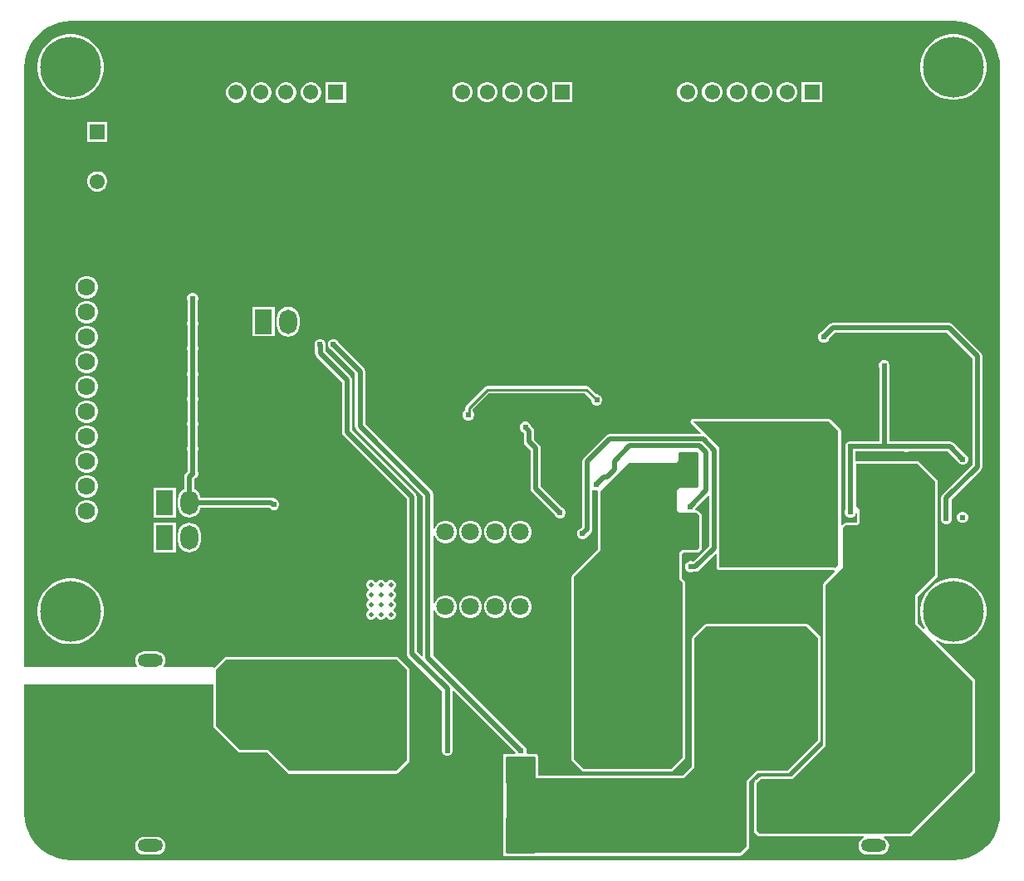
<source format=gbl>
G04*
G04 #@! TF.GenerationSoftware,Altium Limited,Altium Designer,23.4.1 (23)*
G04*
G04 Layer_Physical_Order=2*
G04 Layer_Color=16711680*
%FSLAX44Y44*%
%MOMM*%
G71*
G04*
G04 #@! TF.SameCoordinates,77ABDD02-67A3-4E24-B7DB-6919BA7AE113*
G04*
G04*
G04 #@! TF.FilePolarity,Positive*
G04*
G01*
G75*
%ADD18C,0.2540*%
%ADD40R,2.9500X1.6800*%
%ADD41R,2.9500X7.6200*%
%ADD104C,0.5080*%
%ADD109C,1.8000*%
%ADD110R,4.9160X4.9160*%
%ADD111C,4.9160*%
%ADD112O,2.6000X1.3000*%
%ADD113C,1.5500*%
%ADD114R,1.5500X1.5500*%
%ADD115O,1.8000X2.5000*%
%ADD116R,1.8000X2.5000*%
%ADD117R,1.5500X1.5500*%
%ADD119C,0.6200*%
%ADD120C,0.5000*%
%ADD121C,6.2000*%
%ADD122C,1.7800*%
G36*
X977583Y908497D02*
X983660Y907288D01*
X989528Y905296D01*
X995085Y902556D01*
X1000237Y899113D01*
X1004896Y895028D01*
X1008981Y890369D01*
X1012424Y885217D01*
X1015164Y879660D01*
X1017156Y873792D01*
X1018365Y867715D01*
X1018764Y861628D01*
X1018745Y861532D01*
X1018745Y101334D01*
X1018745Y100076D01*
X1018745Y100063D01*
X1018689Y98817D01*
X1018365Y93880D01*
X1017156Y87803D01*
X1015164Y81935D01*
X1012424Y76378D01*
X1008981Y71226D01*
X1004896Y66567D01*
X1000237Y62482D01*
X995085Y59039D01*
X989528Y56298D01*
X983660Y54307D01*
X977583Y53098D01*
X971496Y52699D01*
X971400Y52718D01*
X71399D01*
X71303Y52699D01*
X65216Y53098D01*
X59139Y54307D01*
X53271Y56298D01*
X47714Y59039D01*
X42562Y62482D01*
X37903Y66567D01*
X33818Y71226D01*
X30375Y76378D01*
X27634Y81935D01*
X25643Y87803D01*
X24434Y93880D01*
X24110Y98817D01*
X24054Y100063D01*
X24054D01*
X24054Y100064D01*
X24054Y231852D01*
X216612D01*
Y189738D01*
X216809Y188747D01*
X217371Y187907D01*
X242263Y163015D01*
X243103Y162453D01*
X244094Y162256D01*
X271723D01*
X292301Y141679D01*
X293141Y141117D01*
X294132Y140920D01*
X403098D01*
X404089Y141117D01*
X404929Y141679D01*
X415851Y152601D01*
X416413Y153441D01*
X416610Y154432D01*
Y246888D01*
X416413Y247879D01*
X415851Y248719D01*
X405183Y259387D01*
X404343Y259949D01*
X403352Y260146D01*
X229961D01*
X228970Y259949D01*
X228130Y259387D01*
X217875Y249132D01*
X217653Y249281D01*
X216662Y249478D01*
X166558D01*
X165931Y250748D01*
X166776Y251849D01*
X167687Y254048D01*
X167998Y256408D01*
X167687Y258768D01*
X166776Y260967D01*
X165327Y262855D01*
X163439Y264304D01*
X161240Y265215D01*
X158880Y265526D01*
X145880D01*
X143520Y265215D01*
X141321Y264304D01*
X139433Y262855D01*
X137984Y260967D01*
X137073Y258768D01*
X136762Y256408D01*
X137073Y254048D01*
X137984Y251849D01*
X138829Y250748D01*
X138202Y249478D01*
X24054D01*
X24054Y861532D01*
X24035Y861628D01*
X24434Y867715D01*
X25643Y873792D01*
X27634Y879660D01*
X30375Y885217D01*
X33818Y890369D01*
X37903Y895028D01*
X42562Y899113D01*
X47714Y902556D01*
X53271Y905296D01*
X59139Y907288D01*
X65216Y908497D01*
X71303Y908896D01*
X71399Y908877D01*
X971400D01*
X971496Y908896D01*
X977583Y908497D01*
D02*
G37*
G36*
X414020Y246888D02*
Y154432D01*
X403098Y143510D01*
X294132D01*
X272796Y164846D01*
X244094D01*
X219202Y189738D01*
Y246797D01*
X229961Y257556D01*
X403352D01*
X414020Y246888D01*
D02*
G37*
%LPC*%
G36*
X973789Y895571D02*
X968510D01*
X963296Y894745D01*
X958275Y893114D01*
X953571Y890717D01*
X949300Y887614D01*
X945567Y883881D01*
X942464Y879610D01*
X940067Y874906D01*
X938436Y869885D01*
X937610Y864671D01*
Y859392D01*
X938436Y854177D01*
X940067Y849156D01*
X942464Y844453D01*
X945567Y840182D01*
X949300Y836449D01*
X953571Y833345D01*
X958275Y830949D01*
X963296Y829317D01*
X968510Y828491D01*
X973789D01*
X979004Y829317D01*
X984025Y830949D01*
X988728Y833345D01*
X992999Y836449D01*
X996732Y840182D01*
X999836Y844453D01*
X1002232Y849156D01*
X1003864Y854177D01*
X1004690Y859392D01*
Y864671D01*
X1003864Y869885D01*
X1002232Y874906D01*
X999836Y879610D01*
X996732Y883881D01*
X992999Y887614D01*
X988728Y890717D01*
X984025Y893114D01*
X979004Y894745D01*
X973789Y895571D01*
D02*
G37*
G36*
X73789D02*
X68510D01*
X63295Y894745D01*
X58274Y893114D01*
X53571Y890717D01*
X49300Y887614D01*
X45567Y883881D01*
X42463Y879610D01*
X40067Y874906D01*
X38435Y869885D01*
X37609Y864671D01*
Y859392D01*
X38435Y854177D01*
X40067Y849156D01*
X42463Y844453D01*
X45567Y840182D01*
X49300Y836449D01*
X53571Y833345D01*
X58274Y830949D01*
X63295Y829317D01*
X68510Y828491D01*
X73789D01*
X79003Y829317D01*
X84024Y830949D01*
X88728Y833345D01*
X92999Y836449D01*
X96732Y840182D01*
X99835Y844453D01*
X102232Y849156D01*
X103863Y854177D01*
X104689Y859392D01*
Y864671D01*
X103863Y869885D01*
X102232Y874906D01*
X99835Y879610D01*
X96732Y883881D01*
X92999Y887614D01*
X88728Y890717D01*
X84024Y893114D01*
X79003Y894745D01*
X73789Y895571D01*
D02*
G37*
G36*
X837116Y846806D02*
X816536D01*
Y826226D01*
X837116D01*
Y846806D01*
D02*
G37*
G36*
X802781D02*
X800071D01*
X797454Y846105D01*
X795108Y844750D01*
X793192Y842834D01*
X791837Y840488D01*
X791136Y837871D01*
Y835161D01*
X791837Y832544D01*
X793192Y830198D01*
X795108Y828282D01*
X797454Y826927D01*
X800071Y826226D01*
X802781D01*
X805398Y826927D01*
X807744Y828282D01*
X809660Y830198D01*
X811015Y832544D01*
X811716Y835161D01*
Y837871D01*
X811015Y840488D01*
X809660Y842834D01*
X807744Y844750D01*
X805398Y846105D01*
X802781Y846806D01*
D02*
G37*
G36*
X777381D02*
X774671D01*
X772054Y846105D01*
X769708Y844750D01*
X767792Y842834D01*
X766437Y840488D01*
X765736Y837871D01*
Y835161D01*
X766437Y832544D01*
X767792Y830198D01*
X769708Y828282D01*
X772054Y826927D01*
X774671Y826226D01*
X777381D01*
X779998Y826927D01*
X782344Y828282D01*
X784260Y830198D01*
X785615Y832544D01*
X786316Y835161D01*
Y837871D01*
X785615Y840488D01*
X784260Y842834D01*
X782344Y844750D01*
X779998Y846105D01*
X777381Y846806D01*
D02*
G37*
G36*
X751981D02*
X749271D01*
X746654Y846105D01*
X744308Y844750D01*
X742392Y842834D01*
X741037Y840488D01*
X740336Y837871D01*
Y835161D01*
X741037Y832544D01*
X742392Y830198D01*
X744308Y828282D01*
X746654Y826927D01*
X749271Y826226D01*
X751981D01*
X754598Y826927D01*
X756944Y828282D01*
X758860Y830198D01*
X760215Y832544D01*
X760916Y835161D01*
Y837871D01*
X760215Y840488D01*
X758860Y842834D01*
X756944Y844750D01*
X754598Y846105D01*
X751981Y846806D01*
D02*
G37*
G36*
X726581D02*
X723871D01*
X721254Y846105D01*
X718908Y844750D01*
X716992Y842834D01*
X715637Y840488D01*
X714936Y837871D01*
Y835161D01*
X715637Y832544D01*
X716992Y830198D01*
X718908Y828282D01*
X721254Y826927D01*
X723871Y826226D01*
X726581D01*
X729198Y826927D01*
X731544Y828282D01*
X733460Y830198D01*
X734815Y832544D01*
X735516Y835161D01*
Y837871D01*
X734815Y840488D01*
X733460Y842834D01*
X731544Y844750D01*
X729198Y846105D01*
X726581Y846806D01*
D02*
G37*
G36*
X701181D02*
X698471D01*
X695854Y846105D01*
X693508Y844750D01*
X691592Y842834D01*
X690237Y840488D01*
X689536Y837871D01*
Y835161D01*
X690237Y832544D01*
X691592Y830198D01*
X693508Y828282D01*
X695854Y826927D01*
X698471Y826226D01*
X701181D01*
X703798Y826927D01*
X706144Y828282D01*
X708060Y830198D01*
X709415Y832544D01*
X710116Y835161D01*
Y837871D01*
X709415Y840488D01*
X708060Y842834D01*
X706144Y844750D01*
X703798Y846105D01*
X701181Y846806D01*
D02*
G37*
G36*
X582426D02*
X561846D01*
Y826226D01*
X582426D01*
Y846806D01*
D02*
G37*
G36*
X548091D02*
X545381D01*
X542764Y846105D01*
X540418Y844750D01*
X538502Y842834D01*
X537147Y840488D01*
X536446Y837871D01*
Y835161D01*
X537147Y832544D01*
X538502Y830198D01*
X540418Y828282D01*
X542764Y826927D01*
X545381Y826226D01*
X548091D01*
X550708Y826927D01*
X553054Y828282D01*
X554970Y830198D01*
X556325Y832544D01*
X557026Y835161D01*
Y837871D01*
X556325Y840488D01*
X554970Y842834D01*
X553054Y844750D01*
X550708Y846105D01*
X548091Y846806D01*
D02*
G37*
G36*
X522691D02*
X519981D01*
X517364Y846105D01*
X515018Y844750D01*
X513102Y842834D01*
X511747Y840488D01*
X511046Y837871D01*
Y835161D01*
X511747Y832544D01*
X513102Y830198D01*
X515018Y828282D01*
X517364Y826927D01*
X519981Y826226D01*
X522691D01*
X525308Y826927D01*
X527654Y828282D01*
X529570Y830198D01*
X530925Y832544D01*
X531626Y835161D01*
Y837871D01*
X530925Y840488D01*
X529570Y842834D01*
X527654Y844750D01*
X525308Y846105D01*
X522691Y846806D01*
D02*
G37*
G36*
X497291D02*
X494581D01*
X491964Y846105D01*
X489618Y844750D01*
X487702Y842834D01*
X486347Y840488D01*
X485646Y837871D01*
Y835161D01*
X486347Y832544D01*
X487702Y830198D01*
X489618Y828282D01*
X491964Y826927D01*
X494581Y826226D01*
X497291D01*
X499908Y826927D01*
X502254Y828282D01*
X504170Y830198D01*
X505525Y832544D01*
X506226Y835161D01*
Y837871D01*
X505525Y840488D01*
X504170Y842834D01*
X502254Y844750D01*
X499908Y846105D01*
X497291Y846806D01*
D02*
G37*
G36*
X471891D02*
X469181D01*
X466564Y846105D01*
X464218Y844750D01*
X462302Y842834D01*
X460947Y840488D01*
X460246Y837871D01*
Y835161D01*
X460947Y832544D01*
X462302Y830198D01*
X464218Y828282D01*
X466564Y826927D01*
X469181Y826226D01*
X471891D01*
X474508Y826927D01*
X476854Y828282D01*
X478770Y830198D01*
X480125Y832544D01*
X480826Y835161D01*
Y837871D01*
X480125Y840488D01*
X478770Y842834D01*
X476854Y844750D01*
X474508Y846105D01*
X471891Y846806D01*
D02*
G37*
G36*
X351920Y846458D02*
X331340D01*
Y825878D01*
X351920D01*
Y846458D01*
D02*
G37*
G36*
X317585D02*
X314875D01*
X312258Y845757D01*
X309912Y844402D01*
X307996Y842486D01*
X306641Y840140D01*
X305940Y837523D01*
Y834813D01*
X306641Y832196D01*
X307996Y829850D01*
X309912Y827934D01*
X312258Y826579D01*
X314875Y825878D01*
X317585D01*
X320202Y826579D01*
X322548Y827934D01*
X324464Y829850D01*
X325819Y832196D01*
X326520Y834813D01*
Y837523D01*
X325819Y840140D01*
X324464Y842486D01*
X322548Y844402D01*
X320202Y845757D01*
X317585Y846458D01*
D02*
G37*
G36*
X292185D02*
X289475D01*
X286858Y845757D01*
X284512Y844402D01*
X282596Y842486D01*
X281241Y840140D01*
X280540Y837523D01*
Y834813D01*
X281241Y832196D01*
X282596Y829850D01*
X284512Y827934D01*
X286858Y826579D01*
X289475Y825878D01*
X292185D01*
X294802Y826579D01*
X297148Y827934D01*
X299064Y829850D01*
X300419Y832196D01*
X301120Y834813D01*
Y837523D01*
X300419Y840140D01*
X299064Y842486D01*
X297148Y844402D01*
X294802Y845757D01*
X292185Y846458D01*
D02*
G37*
G36*
X266785D02*
X264075D01*
X261458Y845757D01*
X259112Y844402D01*
X257196Y842486D01*
X255841Y840140D01*
X255140Y837523D01*
Y834813D01*
X255841Y832196D01*
X257196Y829850D01*
X259112Y827934D01*
X261458Y826579D01*
X264075Y825878D01*
X266785D01*
X269402Y826579D01*
X271748Y827934D01*
X273664Y829850D01*
X275019Y832196D01*
X275720Y834813D01*
Y837523D01*
X275019Y840140D01*
X273664Y842486D01*
X271748Y844402D01*
X269402Y845757D01*
X266785Y846458D01*
D02*
G37*
G36*
X241385D02*
X238675D01*
X236058Y845757D01*
X233712Y844402D01*
X231796Y842486D01*
X230441Y840140D01*
X229740Y837523D01*
Y834813D01*
X230441Y832196D01*
X231796Y829850D01*
X233712Y827934D01*
X236058Y826579D01*
X238675Y825878D01*
X241385D01*
X244002Y826579D01*
X246348Y827934D01*
X248264Y829850D01*
X249619Y832196D01*
X250320Y834813D01*
Y837523D01*
X249619Y840140D01*
X248264Y842486D01*
X246348Y844402D01*
X244002Y845757D01*
X241385Y846458D01*
D02*
G37*
G36*
X108588Y806326D02*
X88008D01*
Y785746D01*
X108588D01*
Y806326D01*
D02*
G37*
G36*
X99653Y755526D02*
X96943D01*
X94326Y754825D01*
X91980Y753470D01*
X90064Y751554D01*
X88709Y749208D01*
X88008Y746591D01*
Y743881D01*
X88709Y741264D01*
X90064Y738918D01*
X91980Y737002D01*
X94326Y735647D01*
X96943Y734946D01*
X99653D01*
X102270Y735647D01*
X104616Y737002D01*
X106532Y738918D01*
X107887Y741264D01*
X108588Y743881D01*
Y746591D01*
X107887Y749208D01*
X106532Y751554D01*
X104616Y753470D01*
X102270Y754825D01*
X99653Y755526D01*
D02*
G37*
G36*
X89136Y648726D02*
X86124D01*
X83214Y647946D01*
X80606Y646440D01*
X78476Y644310D01*
X76970Y641702D01*
X76190Y638792D01*
Y635780D01*
X76970Y632870D01*
X78476Y630262D01*
X80606Y628132D01*
X83214Y626626D01*
X86124Y625846D01*
X89136D01*
X92046Y626626D01*
X94654Y628132D01*
X96784Y630262D01*
X98290Y632870D01*
X99070Y635780D01*
Y638792D01*
X98290Y641702D01*
X96784Y644310D01*
X94654Y646440D01*
X92046Y647946D01*
X89136Y648726D01*
D02*
G37*
G36*
Y623326D02*
X86124D01*
X83214Y622546D01*
X80606Y621040D01*
X78476Y618910D01*
X76970Y616302D01*
X76190Y613392D01*
Y610380D01*
X76970Y607470D01*
X78476Y604862D01*
X80606Y602732D01*
X83214Y601226D01*
X86124Y600446D01*
X89136D01*
X92046Y601226D01*
X94654Y602732D01*
X96784Y604862D01*
X98290Y607470D01*
X99070Y610380D01*
Y613392D01*
X98290Y616302D01*
X96784Y618910D01*
X94654Y621040D01*
X92046Y622546D01*
X89136Y623326D01*
D02*
G37*
G36*
X279510Y617274D02*
X256430D01*
Y587194D01*
X279510D01*
Y617274D01*
D02*
G37*
G36*
X292970Y617374D02*
X289958Y616977D01*
X287150Y615814D01*
X284740Y613964D01*
X282890Y611554D01*
X281727Y608747D01*
X281331Y605734D01*
Y598734D01*
X281727Y595721D01*
X282890Y592914D01*
X284740Y590504D01*
X287150Y588654D01*
X289958Y587491D01*
X292970Y587094D01*
X295982Y587491D01*
X298790Y588654D01*
X301200Y590504D01*
X303050Y592914D01*
X304213Y595721D01*
X304610Y598734D01*
Y605734D01*
X304213Y608747D01*
X303050Y611554D01*
X301200Y613964D01*
X298790Y615814D01*
X295982Y616977D01*
X292970Y617374D01*
D02*
G37*
G36*
X89136Y597926D02*
X86124D01*
X83214Y597146D01*
X80606Y595640D01*
X78476Y593510D01*
X76970Y590902D01*
X76190Y587992D01*
Y584980D01*
X76970Y582070D01*
X78476Y579462D01*
X80606Y577332D01*
X83214Y575826D01*
X86124Y575046D01*
X89136D01*
X92046Y575826D01*
X94654Y577332D01*
X96784Y579462D01*
X98290Y582070D01*
X99070Y584980D01*
Y587992D01*
X98290Y590902D01*
X96784Y593510D01*
X94654Y595640D01*
X92046Y597146D01*
X89136Y597926D01*
D02*
G37*
G36*
Y572526D02*
X86124D01*
X83214Y571746D01*
X80606Y570240D01*
X78476Y568110D01*
X76970Y565502D01*
X76190Y562592D01*
Y559580D01*
X76970Y556670D01*
X78476Y554062D01*
X80606Y551932D01*
X83214Y550426D01*
X86124Y549646D01*
X89136D01*
X92046Y550426D01*
X94654Y551932D01*
X96784Y554062D01*
X98290Y556670D01*
X99070Y559580D01*
Y562592D01*
X98290Y565502D01*
X96784Y568110D01*
X94654Y570240D01*
X92046Y571746D01*
X89136Y572526D01*
D02*
G37*
G36*
Y547126D02*
X86124D01*
X83214Y546346D01*
X80606Y544840D01*
X78476Y542710D01*
X76970Y540102D01*
X76190Y537192D01*
Y534180D01*
X76970Y531270D01*
X78476Y528662D01*
X80606Y526532D01*
X83214Y525026D01*
X86124Y524246D01*
X89136D01*
X92046Y525026D01*
X94654Y526532D01*
X96784Y528662D01*
X98290Y531270D01*
X99070Y534180D01*
Y537192D01*
X98290Y540102D01*
X96784Y542710D01*
X94654Y544840D01*
X92046Y546346D01*
X89136Y547126D01*
D02*
G37*
G36*
X597154Y536523D02*
X495808D01*
X494321Y536227D01*
X493061Y535385D01*
X474571Y516895D01*
X473729Y515635D01*
X473433Y514148D01*
Y511889D01*
X471977Y510433D01*
X471118Y508360D01*
Y506116D01*
X471977Y504043D01*
X473563Y502457D01*
X475636Y501598D01*
X477880D01*
X479953Y502457D01*
X481539Y504043D01*
X482398Y506116D01*
Y508360D01*
X481539Y510433D01*
X481203Y510770D01*
Y512539D01*
X497417Y528753D01*
X595545D01*
X601928Y522370D01*
Y521102D01*
X602787Y519029D01*
X604373Y517443D01*
X606446Y516584D01*
X608690D01*
X610763Y517443D01*
X612349Y519029D01*
X613208Y521102D01*
Y523346D01*
X612349Y525419D01*
X610763Y527005D01*
X608690Y527864D01*
X607422D01*
X599901Y535385D01*
X598641Y536227D01*
X597154Y536523D01*
D02*
G37*
G36*
X89136Y521726D02*
X86124D01*
X83214Y520946D01*
X80606Y519440D01*
X78476Y517310D01*
X76970Y514702D01*
X76190Y511792D01*
Y508780D01*
X76970Y505870D01*
X78476Y503262D01*
X80606Y501132D01*
X83214Y499626D01*
X86124Y498846D01*
X89136D01*
X92046Y499626D01*
X94654Y501132D01*
X96784Y503262D01*
X98290Y505870D01*
X99070Y508780D01*
Y511792D01*
X98290Y514702D01*
X96784Y517310D01*
X94654Y519440D01*
X92046Y520946D01*
X89136Y521726D01*
D02*
G37*
G36*
X901806Y562662D02*
X899562D01*
X897489Y561803D01*
X895903Y560217D01*
X895044Y558144D01*
Y555900D01*
X895505Y554789D01*
Y479906D01*
X868627D01*
X867516Y480366D01*
X865272D01*
X863199Y479507D01*
X861613Y477921D01*
X860754Y475848D01*
Y473604D01*
X860960Y473106D01*
Y410359D01*
X860500Y409248D01*
Y407004D01*
X861359Y404931D01*
X862945Y403345D01*
X865018Y402486D01*
X867262D01*
X869335Y403345D01*
X870921Y404931D01*
X871780Y407004D01*
Y407417D01*
X873050Y408107D01*
X873202Y408009D01*
Y397821D01*
X872179Y396798D01*
X861060Y396798D01*
X860069Y396601D01*
X859229Y396039D01*
X857681Y394491D01*
X856411Y395017D01*
Y490855D01*
X856214Y491846D01*
X855652Y492686D01*
X846000Y502338D01*
X845160Y502900D01*
X844169Y503097D01*
X705739D01*
X704748Y502900D01*
X703908Y502338D01*
X703346Y501498D01*
X703149Y500507D01*
X703346Y499516D01*
X703908Y498676D01*
X713885Y488699D01*
X713399Y487525D01*
X620776D01*
X618794Y487131D01*
X617113Y486008D01*
X594254Y463148D01*
X593131Y461468D01*
X592737Y459486D01*
Y392797D01*
X591007Y391068D01*
X589895Y390607D01*
X588309Y389021D01*
X587450Y386948D01*
Y384704D01*
X588309Y382631D01*
X589895Y381045D01*
X591968Y380186D01*
X594212D01*
X596285Y381045D01*
X597871Y382631D01*
X598332Y383743D01*
X601578Y386990D01*
X602701Y388670D01*
X603096Y390652D01*
X603096Y390652D01*
Y429685D01*
X604366Y430516D01*
X605684Y429970D01*
X607838D01*
X608046Y429919D01*
X609042Y429057D01*
Y369881D01*
X582369Y343207D01*
X581807Y342367D01*
X581610Y341376D01*
Y155702D01*
X581807Y154711D01*
X582369Y153871D01*
X592275Y143965D01*
X593115Y143403D01*
X594106Y143206D01*
X683514D01*
X684505Y143403D01*
X685345Y143965D01*
X696775Y155395D01*
X697337Y156235D01*
X697534Y157226D01*
X697534Y335788D01*
X697337Y336779D01*
X696775Y337619D01*
X693978Y340417D01*
Y364433D01*
X695763Y366218D01*
X709676D01*
X710667Y366415D01*
X711507Y366977D01*
X714047Y369517D01*
X714609Y370357D01*
X714806Y371348D01*
Y404368D01*
X714609Y405359D01*
X714047Y406199D01*
X711507Y408739D01*
X710667Y409301D01*
X709676Y409498D01*
X708439D01*
X707637Y410768D01*
X707806Y411175D01*
X720849Y424218D01*
X722022Y423732D01*
Y373239D01*
X706007Y357224D01*
X705559D01*
X704448Y357684D01*
X702204D01*
X700131Y356825D01*
X698545Y355239D01*
X697686Y353166D01*
Y350922D01*
X698545Y348849D01*
X700131Y347263D01*
X702204Y346404D01*
X704448D01*
X705559Y346865D01*
X708152D01*
X710134Y347259D01*
X711814Y348382D01*
X728646Y365213D01*
X729819Y364727D01*
Y351155D01*
X730016Y350164D01*
X730578Y349324D01*
X731418Y348762D01*
X732409Y348565D01*
X849063D01*
X849528Y348254D01*
X849950Y348171D01*
X850416Y346840D01*
X839163Y335587D01*
X838601Y334747D01*
X838404Y333756D01*
Y170491D01*
X805631Y137718D01*
X774700D01*
X773709Y137521D01*
X772869Y136959D01*
X770437Y134528D01*
X768880D01*
Y132971D01*
X768551Y132641D01*
X767989Y131801D01*
X767792Y130810D01*
X767792Y82550D01*
X767989Y81559D01*
X768551Y80719D01*
X768880Y80390D01*
Y80288D01*
X768981D01*
X771599Y77671D01*
X772439Y77109D01*
X773430Y76912D01*
X834390Y76912D01*
X879504D01*
X879757Y75642D01*
X878941Y75304D01*
X877053Y73855D01*
X875604Y71967D01*
X874693Y69768D01*
X874382Y67408D01*
X874693Y65048D01*
X875604Y62849D01*
X877053Y60961D01*
X878941Y59512D01*
X881140Y58601D01*
X883500Y58290D01*
X896500D01*
X898860Y58601D01*
X901059Y59512D01*
X902947Y60961D01*
X904396Y62849D01*
X905307Y65048D01*
X905618Y67408D01*
X905307Y69768D01*
X904396Y71967D01*
X902947Y73855D01*
X901059Y75304D01*
X900243Y75642D01*
X900496Y76912D01*
X926592D01*
X927583Y77109D01*
X928423Y77671D01*
X992431Y141679D01*
X992993Y142519D01*
X993190Y143510D01*
Y235712D01*
X993105Y236139D01*
X993043Y236571D01*
X993007Y236632D01*
X992993Y236703D01*
X992751Y237065D01*
X992529Y237440D01*
X992471Y237484D01*
X992431Y237543D01*
X953566Y276408D01*
X954322Y277448D01*
X958171Y275487D01*
X963192Y273856D01*
X968406Y273030D01*
X973686D01*
X978900Y273856D01*
X983921Y275487D01*
X988625Y277884D01*
X992896Y280987D01*
X996629Y284720D01*
X999732Y288991D01*
X1002129Y293695D01*
X1003760Y298716D01*
X1004586Y303930D01*
Y309210D01*
X1003760Y314424D01*
X1002129Y319445D01*
X999732Y324149D01*
X996629Y328420D01*
X992896Y332153D01*
X988625Y335256D01*
X983921Y337653D01*
X978900Y339284D01*
X973686Y340110D01*
X968406D01*
X963192Y339284D01*
X958171Y337653D01*
X953467Y335256D01*
X949196Y332153D01*
X945463Y328420D01*
X942360Y324149D01*
X939963Y319445D01*
X938332Y314424D01*
X937506Y309210D01*
Y303930D01*
X938332Y298716D01*
X939963Y293695D01*
X941924Y289846D01*
X940884Y289090D01*
X935024Y294951D01*
Y322015D01*
X954585Y341577D01*
X955147Y342417D01*
X955344Y343408D01*
Y439420D01*
X955147Y440411D01*
X954585Y441251D01*
X936805Y459031D01*
X936805Y459031D01*
X935965Y459593D01*
X934974Y459790D01*
X872490D01*
X871320Y460852D01*
Y469547D01*
X921311D01*
X922422Y469086D01*
X924666D01*
X925778Y469547D01*
X965595D01*
X975452Y459689D01*
X975913Y458577D01*
X977499Y456991D01*
X979572Y456132D01*
X981816D01*
X983889Y456991D01*
X985475Y458577D01*
X986334Y460650D01*
Y462894D01*
X985475Y464967D01*
X983889Y466553D01*
X982777Y467014D01*
X971403Y478388D01*
X969722Y479511D01*
X967740Y479906D01*
X925778D01*
X924666Y480366D01*
X922422D01*
X921311Y479906D01*
X905863D01*
Y554789D01*
X906324Y555900D01*
Y558144D01*
X905465Y560217D01*
X903879Y561803D01*
X901806Y562662D01*
D02*
G37*
G36*
X89136Y496326D02*
X86124D01*
X83214Y495546D01*
X80606Y494040D01*
X78476Y491910D01*
X76970Y489302D01*
X76190Y486392D01*
Y483380D01*
X76970Y480470D01*
X78476Y477862D01*
X80606Y475732D01*
X83214Y474226D01*
X86124Y473446D01*
X89136D01*
X92046Y474226D01*
X94654Y475732D01*
X96784Y477862D01*
X98290Y480470D01*
X99070Y483380D01*
Y486392D01*
X98290Y489302D01*
X96784Y491910D01*
X94654Y494040D01*
X92046Y495546D01*
X89136Y496326D01*
D02*
G37*
G36*
Y470926D02*
X86124D01*
X83214Y470146D01*
X80606Y468640D01*
X78476Y466510D01*
X76970Y463902D01*
X76190Y460992D01*
Y457980D01*
X76970Y455070D01*
X78476Y452462D01*
X80606Y450332D01*
X83214Y448826D01*
X86124Y448046D01*
X89136D01*
X92046Y448826D01*
X94654Y450332D01*
X96784Y452462D01*
X98290Y455070D01*
X99070Y457980D01*
Y460992D01*
X98290Y463902D01*
X96784Y466510D01*
X94654Y468640D01*
X92046Y470146D01*
X89136Y470926D01*
D02*
G37*
G36*
Y445526D02*
X86124D01*
X83214Y444746D01*
X80606Y443240D01*
X78476Y441110D01*
X76970Y438502D01*
X76190Y435592D01*
Y432580D01*
X76970Y429670D01*
X78476Y427062D01*
X80606Y424932D01*
X83214Y423426D01*
X86124Y422646D01*
X89136D01*
X92046Y423426D01*
X94654Y424932D01*
X96784Y427062D01*
X98290Y429670D01*
X99070Y432580D01*
Y435592D01*
X98290Y438502D01*
X96784Y441110D01*
X94654Y443240D01*
X92046Y444746D01*
X89136Y445526D01*
D02*
G37*
G36*
X196697Y631245D02*
X194454D01*
X192381Y630386D01*
X190794Y628800D01*
X189935Y626727D01*
Y624483D01*
X190396Y623371D01*
Y602402D01*
X189935Y601290D01*
Y599046D01*
X190396Y597934D01*
Y576965D01*
X189935Y575853D01*
Y573610D01*
X190396Y572498D01*
Y551528D01*
X189935Y550417D01*
Y548173D01*
X190396Y547061D01*
Y526092D01*
X189935Y524980D01*
Y522736D01*
X190396Y521624D01*
Y500655D01*
X189935Y499543D01*
Y497299D01*
X190396Y496188D01*
Y475218D01*
X189935Y474106D01*
Y471863D01*
X190396Y470751D01*
Y449781D01*
X190119Y449114D01*
X188470Y447464D01*
X187347Y445784D01*
X186952Y443802D01*
Y431421D01*
X186312Y431156D01*
X183902Y429306D01*
X182052Y426896D01*
X180889Y424089D01*
X180492Y421076D01*
Y414076D01*
X180889Y411063D01*
X182052Y408256D01*
X183902Y405845D01*
X186312Y403996D01*
X189119Y402833D01*
X192132Y402436D01*
X195145Y402833D01*
X197952Y403996D01*
X200362Y405845D01*
X202212Y408256D01*
X203375Y411063D01*
X203550Y412397D01*
X273216D01*
X273731Y411881D01*
X274753Y411198D01*
X275189Y410763D01*
X277262Y409904D01*
X279506D01*
X281579Y410763D01*
X283165Y412349D01*
X284024Y414422D01*
Y416666D01*
X283165Y418739D01*
X281579Y420325D01*
X279506Y421184D01*
X279079D01*
X279024Y421239D01*
X277344Y422361D01*
X275362Y422756D01*
X203550D01*
X203375Y424089D01*
X202212Y426896D01*
X200362Y429306D01*
X197952Y431156D01*
X197311Y431421D01*
Y441656D01*
X198176Y442520D01*
X198770Y442767D01*
X200357Y444353D01*
X201215Y446426D01*
Y448670D01*
X200755Y449781D01*
Y470751D01*
X201215Y471863D01*
Y474106D01*
X200755Y475218D01*
Y496188D01*
X201215Y497299D01*
Y499543D01*
X200755Y500655D01*
Y521624D01*
X201215Y522736D01*
Y524980D01*
X200755Y526092D01*
Y547061D01*
X201215Y548173D01*
Y550417D01*
X200755Y551528D01*
Y572498D01*
X201215Y573610D01*
Y575853D01*
X200755Y576965D01*
Y597934D01*
X201215Y599046D01*
Y601290D01*
X200755Y602402D01*
Y623371D01*
X201215Y624483D01*
Y626727D01*
X200357Y628800D01*
X198770Y630386D01*
X196697Y631245D01*
D02*
G37*
G36*
X178672Y432616D02*
X155592D01*
Y402536D01*
X178672D01*
Y432616D01*
D02*
G37*
G36*
X535926Y500044D02*
X533683D01*
X531610Y499185D01*
X530023Y497598D01*
X529164Y495526D01*
Y493282D01*
X530023Y491209D01*
X531610Y489622D01*
X532204Y489376D01*
X533301Y488279D01*
Y479806D01*
X533695Y477824D01*
X534818Y476143D01*
X540159Y470803D01*
Y432054D01*
X540553Y430072D01*
X541675Y428391D01*
X564988Y405079D01*
X565449Y403967D01*
X567035Y402381D01*
X569108Y401522D01*
X571352D01*
X573425Y402381D01*
X575011Y403967D01*
X575870Y406040D01*
Y408284D01*
X575011Y410357D01*
X573425Y411943D01*
X572313Y412404D01*
X550518Y434199D01*
Y472948D01*
X550518Y472948D01*
X550123Y474930D01*
X549001Y476610D01*
X543660Y481951D01*
Y490425D01*
X543265Y492407D01*
X542142Y494087D01*
X542142Y494087D01*
X540261Y495969D01*
X539586Y497598D01*
X537999Y499185D01*
X535926Y500044D01*
D02*
G37*
G36*
X89136Y420126D02*
X86124D01*
X83214Y419346D01*
X80606Y417840D01*
X78476Y415710D01*
X76970Y413102D01*
X76190Y410192D01*
Y407180D01*
X76970Y404270D01*
X78476Y401662D01*
X80606Y399532D01*
X83214Y398026D01*
X86124Y397246D01*
X89136D01*
X92046Y398026D01*
X94654Y399532D01*
X96784Y401662D01*
X98290Y404270D01*
X99070Y407180D01*
Y410192D01*
X98290Y413102D01*
X96784Y415710D01*
X94654Y417840D01*
X92046Y419346D01*
X89136Y420126D01*
D02*
G37*
G36*
X981562Y408178D02*
X979318D01*
X977245Y407319D01*
X975659Y405733D01*
X974800Y403660D01*
Y401416D01*
X975659Y399343D01*
X977245Y397757D01*
X979318Y396898D01*
X981562D01*
X983635Y397757D01*
X985221Y399343D01*
X986080Y401416D01*
Y403660D01*
X985221Y405733D01*
X983635Y407319D01*
X981562Y408178D01*
D02*
G37*
G36*
X966724Y601063D02*
X848106D01*
X846124Y600669D01*
X844444Y599547D01*
X836879Y591982D01*
X835767Y591521D01*
X834181Y589935D01*
X833322Y587862D01*
Y585618D01*
X834181Y583545D01*
X835767Y581959D01*
X837840Y581100D01*
X840084D01*
X842157Y581959D01*
X843743Y583545D01*
X844204Y584657D01*
X850251Y590704D01*
X964579D01*
X990247Y565037D01*
Y455789D01*
X960267Y425811D01*
X959145Y424130D01*
X958751Y422148D01*
Y403299D01*
X958290Y402188D01*
Y399944D01*
X959149Y397871D01*
X960735Y396285D01*
X962808Y395426D01*
X965052D01*
X967125Y396285D01*
X968711Y397871D01*
X969570Y399944D01*
Y402188D01*
X969109Y403299D01*
Y420003D01*
X999089Y449981D01*
X1000211Y451662D01*
X1000605Y453644D01*
Y567182D01*
X1000211Y569164D01*
X999089Y570844D01*
X970387Y599547D01*
X968706Y600669D01*
X966724Y601063D01*
D02*
G37*
G36*
X531109Y399030D02*
X528071D01*
X525136Y398244D01*
X522504Y396724D01*
X520356Y394576D01*
X518837Y391944D01*
X518050Y389009D01*
Y385971D01*
X518837Y383036D01*
X520356Y380404D01*
X522504Y378256D01*
X525136Y376736D01*
X528071Y375950D01*
X531109D01*
X534044Y376736D01*
X536676Y378256D01*
X538824Y380404D01*
X540344Y383036D01*
X541130Y385971D01*
Y389009D01*
X540344Y391944D01*
X538824Y394576D01*
X536676Y396724D01*
X534044Y398244D01*
X531109Y399030D01*
D02*
G37*
G36*
X505709D02*
X502671D01*
X499736Y398244D01*
X497104Y396724D01*
X494956Y394576D01*
X493437Y391944D01*
X492650Y389009D01*
Y385971D01*
X493437Y383036D01*
X494956Y380404D01*
X497104Y378256D01*
X499736Y376736D01*
X502671Y375950D01*
X505709D01*
X508644Y376736D01*
X511276Y378256D01*
X513424Y380404D01*
X514944Y383036D01*
X515730Y385971D01*
Y389009D01*
X514944Y391944D01*
X513424Y394576D01*
X511276Y396724D01*
X508644Y398244D01*
X505709Y399030D01*
D02*
G37*
G36*
X480309D02*
X477271D01*
X474336Y398244D01*
X471704Y396724D01*
X469556Y394576D01*
X468036Y391944D01*
X467250Y389009D01*
Y385971D01*
X468036Y383036D01*
X469556Y380404D01*
X471704Y378256D01*
X474336Y376736D01*
X477271Y375950D01*
X480309D01*
X483244Y376736D01*
X485876Y378256D01*
X488024Y380404D01*
X489543Y383036D01*
X490330Y385971D01*
Y389009D01*
X489543Y391944D01*
X488024Y394576D01*
X485876Y396724D01*
X483244Y398244D01*
X480309Y399030D01*
D02*
G37*
G36*
X178672Y396802D02*
X155592D01*
Y366722D01*
X178672D01*
Y396802D01*
D02*
G37*
G36*
X192132Y396902D02*
X189119Y396505D01*
X186312Y395342D01*
X183902Y393492D01*
X182052Y391082D01*
X180889Y388275D01*
X180492Y385262D01*
Y378262D01*
X180889Y375249D01*
X182052Y372442D01*
X183902Y370032D01*
X186312Y368182D01*
X189119Y367019D01*
X192132Y366622D01*
X195145Y367019D01*
X197952Y368182D01*
X200362Y370032D01*
X202212Y372442D01*
X203375Y375249D01*
X203772Y378262D01*
Y385262D01*
X203375Y388275D01*
X202212Y391082D01*
X200362Y393492D01*
X197952Y395342D01*
X195145Y396505D01*
X192132Y396902D01*
D02*
G37*
G36*
X398639Y338542D02*
X396634D01*
X394782Y337775D01*
X393364Y336357D01*
X393244Y336067D01*
X391870D01*
X391750Y336357D01*
X390332Y337775D01*
X388479Y338542D01*
X386474D01*
X384622Y337775D01*
X383204Y336357D01*
X383084Y336067D01*
X381710D01*
X381590Y336357D01*
X380172Y337775D01*
X378320Y338542D01*
X376315D01*
X374462Y337775D01*
X373044Y336357D01*
X372277Y334505D01*
Y332500D01*
X373044Y330647D01*
X374462Y329229D01*
X374752Y329109D01*
Y327735D01*
X374462Y327615D01*
X373044Y326197D01*
X372277Y324344D01*
Y322340D01*
X373044Y320487D01*
X374462Y319069D01*
X374752Y318949D01*
Y317575D01*
X374462Y317455D01*
X373044Y316037D01*
X372277Y314184D01*
Y312180D01*
X373044Y310327D01*
X374462Y308909D01*
X374752Y308789D01*
Y307415D01*
X374462Y307295D01*
X373044Y305877D01*
X372277Y304025D01*
Y302020D01*
X373044Y300167D01*
X374462Y298749D01*
X376315Y297982D01*
X378320D01*
X380172Y298749D01*
X381590Y300167D01*
X381710Y300457D01*
X383084D01*
X383204Y300167D01*
X384622Y298749D01*
X386474Y297982D01*
X388479D01*
X390332Y298749D01*
X391750Y300167D01*
X391870Y300457D01*
X393244D01*
X393364Y300167D01*
X394782Y298749D01*
X396634Y297982D01*
X398639D01*
X400492Y298749D01*
X401910Y300167D01*
X402677Y302020D01*
Y304025D01*
X401910Y305877D01*
X400492Y307295D01*
X400202Y307415D01*
Y308789D01*
X400492Y308909D01*
X401910Y310327D01*
X402677Y312180D01*
Y314184D01*
X401910Y316037D01*
X400492Y317455D01*
X400202Y317575D01*
Y318949D01*
X400492Y319069D01*
X401910Y320487D01*
X402677Y322340D01*
Y324344D01*
X401910Y326197D01*
X400492Y327615D01*
X400202Y327735D01*
Y329109D01*
X400492Y329229D01*
X401910Y330647D01*
X402677Y332500D01*
Y334505D01*
X401910Y336357D01*
X400492Y337775D01*
X398639Y338542D01*
D02*
G37*
G36*
X531109Y322830D02*
X528071D01*
X525136Y322044D01*
X522504Y320524D01*
X520356Y318376D01*
X518837Y315744D01*
X518050Y312809D01*
Y309771D01*
X518837Y306836D01*
X520356Y304204D01*
X522504Y302056D01*
X525136Y300536D01*
X528071Y299750D01*
X531109D01*
X534044Y300536D01*
X536676Y302056D01*
X538824Y304204D01*
X540344Y306836D01*
X541130Y309771D01*
Y312809D01*
X540344Y315744D01*
X538824Y318376D01*
X536676Y320524D01*
X534044Y322044D01*
X531109Y322830D01*
D02*
G37*
G36*
X505709D02*
X502671D01*
X499736Y322044D01*
X497104Y320524D01*
X494956Y318376D01*
X493437Y315744D01*
X492650Y312809D01*
Y309771D01*
X493437Y306836D01*
X494956Y304204D01*
X497104Y302056D01*
X499736Y300536D01*
X502671Y299750D01*
X505709D01*
X508644Y300536D01*
X511276Y302056D01*
X513424Y304204D01*
X514944Y306836D01*
X515730Y309771D01*
Y312809D01*
X514944Y315744D01*
X513424Y318376D01*
X511276Y320524D01*
X508644Y322044D01*
X505709Y322830D01*
D02*
G37*
G36*
X480309D02*
X477271D01*
X474336Y322044D01*
X471704Y320524D01*
X469556Y318376D01*
X468036Y315744D01*
X467250Y312809D01*
Y309771D01*
X468036Y306836D01*
X469556Y304204D01*
X471704Y302056D01*
X474336Y300536D01*
X477271Y299750D01*
X480309D01*
X483244Y300536D01*
X485876Y302056D01*
X488024Y304204D01*
X489543Y306836D01*
X490330Y309771D01*
Y312809D01*
X489543Y315744D01*
X488024Y318376D01*
X485876Y320524D01*
X483244Y322044D01*
X480309Y322830D01*
D02*
G37*
G36*
X73764Y340110D02*
X68484D01*
X63270Y339284D01*
X58249Y337653D01*
X53545Y335256D01*
X49274Y332153D01*
X45541Y328420D01*
X42438Y324149D01*
X40041Y319445D01*
X38410Y314424D01*
X37584Y309210D01*
Y303930D01*
X38410Y298716D01*
X40041Y293695D01*
X42438Y288991D01*
X45541Y284720D01*
X49274Y280987D01*
X53545Y277884D01*
X58249Y275487D01*
X63270Y273856D01*
X68484Y273030D01*
X73764D01*
X78978Y273856D01*
X83999Y275487D01*
X88703Y277884D01*
X92974Y280987D01*
X96707Y284720D01*
X99810Y288991D01*
X102207Y293695D01*
X103838Y298716D01*
X104664Y303930D01*
Y309210D01*
X103838Y314424D01*
X102207Y319445D01*
X99810Y324149D01*
X96707Y328420D01*
X92974Y332153D01*
X88703Y335256D01*
X83999Y337653D01*
X78978Y339284D01*
X73764Y340110D01*
D02*
G37*
G36*
X339958Y584506D02*
X337714D01*
X335641Y583647D01*
X334055Y582061D01*
X333196Y579988D01*
Y577744D01*
X334055Y575671D01*
X335641Y574085D01*
X336753Y573624D01*
X361088Y549289D01*
Y495554D01*
X361483Y493572D01*
X362606Y491892D01*
X430430Y424067D01*
Y261052D01*
X429257Y260566D01*
X424025Y265797D01*
Y423672D01*
X423631Y425654D01*
X422509Y427335D01*
X358240Y491603D01*
Y542290D01*
X357845Y544272D01*
X356722Y545952D01*
X356722Y545952D01*
X330768Y571907D01*
Y577150D01*
X331014Y577744D01*
Y579988D01*
X330155Y582061D01*
X328569Y583647D01*
X326496Y584506D01*
X324252D01*
X322179Y583647D01*
X320593Y582061D01*
X319734Y579988D01*
Y577744D01*
X320409Y576115D01*
Y569762D01*
X320803Y567780D01*
X321926Y566099D01*
X347881Y540145D01*
Y489458D01*
X348275Y487476D01*
X349398Y485796D01*
X413666Y421527D01*
Y263652D01*
X414061Y261670D01*
X415183Y259989D01*
X449989Y225185D01*
Y166826D01*
X449528Y165714D01*
Y163470D01*
X450387Y161397D01*
X451973Y159811D01*
X454046Y158952D01*
X456290D01*
X458363Y159811D01*
X459949Y161397D01*
X460808Y163470D01*
Y165714D01*
X460348Y166826D01*
Y225612D01*
X461521Y226098D01*
X525110Y162509D01*
X525156Y162398D01*
X524308Y161128D01*
X512566D01*
Y157985D01*
X512522Y157765D01*
Y131405D01*
X512566Y131185D01*
Y88926D01*
X512292Y59714D01*
X512295Y59702D01*
X512292Y59690D01*
X512388Y59207D01*
X512480Y58721D01*
X512487Y58711D01*
X512489Y58699D01*
X512566Y58584D01*
Y56948D01*
X547146D01*
Y57100D01*
X753364D01*
X754355Y57297D01*
X755195Y57859D01*
X762053Y64717D01*
X762615Y65557D01*
X762812Y66548D01*
X762812Y132531D01*
X771455Y141174D01*
X801624D01*
X802615Y141371D01*
X803455Y141933D01*
X834697Y173175D01*
X835259Y174015D01*
X835456Y175006D01*
Y279654D01*
X835259Y280645D01*
X834697Y281485D01*
X823521Y292661D01*
X822681Y293223D01*
X821690Y293420D01*
X718820D01*
X717829Y293223D01*
X716989Y292661D01*
X705559Y281231D01*
X704997Y280391D01*
X704800Y279400D01*
Y148393D01*
X694887Y138480D01*
X547928D01*
Y157765D01*
X547731Y158756D01*
X547169Y159596D01*
X547146Y159612D01*
Y161128D01*
X536396D01*
X535548Y162398D01*
X535992Y163470D01*
Y165714D01*
X535133Y167787D01*
X533547Y169373D01*
X532435Y169834D01*
X440789Y261479D01*
Y308822D01*
X442060Y308989D01*
X442636Y306836D01*
X444156Y304204D01*
X446304Y302056D01*
X448936Y300536D01*
X451871Y299750D01*
X454909D01*
X457844Y300536D01*
X460476Y302056D01*
X462624Y304204D01*
X464143Y306836D01*
X464930Y309771D01*
Y312809D01*
X464143Y315744D01*
X462624Y318376D01*
X460476Y320524D01*
X457844Y322044D01*
X454909Y322830D01*
X451871D01*
X448936Y322044D01*
X446304Y320524D01*
X444156Y318376D01*
X442636Y315744D01*
X442060Y313591D01*
X440789Y313758D01*
Y385022D01*
X442060Y385189D01*
X442636Y383036D01*
X444156Y380404D01*
X446304Y378256D01*
X448936Y376736D01*
X451871Y375950D01*
X454909D01*
X457844Y376736D01*
X460476Y378256D01*
X462624Y380404D01*
X464143Y383036D01*
X464930Y385971D01*
Y389009D01*
X464143Y391944D01*
X462624Y394576D01*
X460476Y396724D01*
X457844Y398244D01*
X454909Y399030D01*
X451871D01*
X448936Y398244D01*
X446304Y396724D01*
X444156Y394576D01*
X442636Y391944D01*
X442060Y389791D01*
X440789Y389958D01*
Y426212D01*
X440395Y428194D01*
X439272Y429874D01*
X371447Y497699D01*
Y551434D01*
X371447Y551434D01*
X371053Y553416D01*
X369930Y555097D01*
X344078Y580949D01*
X343617Y582061D01*
X342031Y583647D01*
X339958Y584506D01*
D02*
G37*
G36*
X158880Y76526D02*
X145880D01*
X143520Y76215D01*
X141321Y75304D01*
X139433Y73855D01*
X137984Y71967D01*
X137073Y69768D01*
X136762Y67408D01*
X137073Y65048D01*
X137984Y62849D01*
X139433Y60961D01*
X141321Y59512D01*
X143520Y58601D01*
X145880Y58290D01*
X158880D01*
X161240Y58601D01*
X163439Y59512D01*
X165327Y60961D01*
X166776Y62849D01*
X167687Y65048D01*
X167998Y67408D01*
X167687Y69768D01*
X166776Y71967D01*
X165327Y73855D01*
X163439Y75304D01*
X161240Y76215D01*
X158880Y76526D01*
D02*
G37*
%LPD*%
G36*
X853821Y490855D02*
Y353949D01*
X850519Y350647D01*
X850011Y351155D01*
X732409D01*
X732409Y473837D01*
X705739Y500507D01*
X844169D01*
X853821Y490855D01*
D02*
G37*
G36*
X710946Y467868D02*
Y433578D01*
X709676Y432308D01*
X691896D01*
X689356Y429768D01*
Y409448D01*
X691896Y406908D01*
X709676D01*
X712216Y404368D01*
Y371348D01*
X709676Y368808D01*
X694690D01*
X691388Y365506D01*
Y339344D01*
X694944Y335788D01*
X694944Y157226D01*
X683514Y145796D01*
X594106D01*
X584200Y155702D01*
Y341376D01*
X611632Y368808D01*
Y429514D01*
X639826Y457708D01*
X688086Y457708D01*
X690626Y460248D01*
Y467868D01*
X691896Y469138D01*
X709676D01*
X710946Y467868D01*
D02*
G37*
G36*
X952754Y439420D02*
Y343408D01*
X932434Y323088D01*
Y293878D01*
X990600Y235712D01*
Y143510D01*
X926592Y79502D01*
X834390D01*
X773430Y79502D01*
X770382Y82550D01*
X770382Y130810D01*
X774700Y135128D01*
X806704D01*
X840994Y169418D01*
Y333756D01*
X858520Y351282D01*
Y391668D01*
X861060Y394208D01*
X873252Y394208D01*
X875792Y396748D01*
Y410210D01*
X872490Y413512D01*
X872490Y457200D01*
X934974D01*
X952754Y439420D01*
D02*
G37*
G36*
X832866Y279654D02*
Y175006D01*
X801624Y143764D01*
X770382D01*
X760222Y133604D01*
X760222Y66548D01*
X753364Y59690D01*
X514882D01*
X515554Y131405D01*
X515112D01*
Y157765D01*
X545338D01*
Y135890D01*
X695960D01*
X707644Y147574D01*
X707390Y147828D01*
Y279400D01*
X718820Y290830D01*
X821690D01*
X832866Y279654D01*
D02*
G37*
D18*
X495808Y532638D02*
X597154D01*
X607568Y522224D01*
X477318Y514148D02*
X495808Y532638D01*
X477318Y507798D02*
Y514148D01*
X476758Y507238D02*
X477318Y507798D01*
D40*
X529856Y150188D02*
D03*
X455156D02*
D03*
D41*
X529856Y97588D02*
D03*
X455156D02*
D03*
D104*
X435610Y259334D02*
Y426212D01*
Y259334D02*
X530352Y164592D01*
X418846Y263652D02*
X455168Y227330D01*
Y164855D02*
Y227330D01*
X838962Y586740D02*
X848106Y595884D01*
X966724D02*
X995426Y567182D01*
X848106Y595884D02*
X966724D01*
X529856Y97588D02*
Y150188D01*
X900684Y474726D02*
X923544D01*
X900684D02*
Y557022D01*
X866394Y474726D02*
X900684D01*
X995426Y453644D02*
Y567182D01*
X963930Y422148D02*
X995426Y453644D01*
X963930Y401066D02*
Y422148D01*
X923544Y474726D02*
X967740D01*
X980694Y461772D01*
X418846Y263652D02*
Y423672D01*
X353060Y489458D02*
X418846Y423672D01*
X353060Y489458D02*
Y542290D01*
X325374Y578866D02*
X325588Y578652D01*
Y569762D02*
Y578652D01*
Y569762D02*
X353060Y542290D01*
X338836Y578866D02*
X366268Y551434D01*
Y495554D02*
Y551434D01*
Y495554D02*
X435610Y426212D01*
X866180Y473447D02*
Y474512D01*
X866140Y473407D02*
X866180Y473447D01*
X866140Y408429D02*
Y473407D01*
X866180Y474512D02*
X866394Y474726D01*
X534804Y494100D02*
Y494404D01*
X538480Y479806D02*
Y490425D01*
X534804Y494100D02*
X538480Y490425D01*
X617706Y443462D02*
X625328Y451084D01*
X614658Y443462D02*
X617706D01*
X606806Y435610D02*
X614658Y443462D01*
X545338Y432054D02*
Y472948D01*
X538480Y479806D02*
X545338Y472948D01*
Y432054D02*
X570230Y407162D01*
X275362Y417576D02*
X277394Y415544D01*
X192132Y417576D02*
X275362D01*
X277394Y415544D02*
X278384D01*
X192132Y417576D02*
Y443802D01*
X195575Y447245D01*
Y447548D01*
Y600168D02*
Y625605D01*
Y574731D02*
Y600168D01*
Y549295D02*
Y574731D01*
Y523858D02*
Y549295D01*
Y498421D02*
Y523858D01*
Y472985D02*
Y498421D01*
Y447548D02*
Y472985D01*
X625328Y451084D02*
Y459466D01*
X641350Y475488D01*
X712216D01*
X593090Y385826D02*
X597916Y390652D01*
Y459486D02*
X620776Y482346D01*
X597916Y390652D02*
Y459486D01*
X715954Y482346D02*
X727202Y471098D01*
X708152Y352044D02*
X727202Y371094D01*
Y471098D01*
X719074Y429768D02*
Y468630D01*
X712216Y475488D02*
X719074Y468630D01*
X702564Y413258D02*
X719074Y429768D01*
X620776Y482346D02*
X715954D01*
X703326Y352044D02*
X708152D01*
D109*
X303390Y161290D02*
D03*
X379590D02*
D03*
X354190D02*
D03*
X328790D02*
D03*
X379590Y237490D02*
D03*
X354190D02*
D03*
X328790D02*
D03*
X303390D02*
D03*
X603390D02*
D03*
X628790D02*
D03*
X654190D02*
D03*
X679590D02*
D03*
X603390Y161290D02*
D03*
X628790D02*
D03*
X654190D02*
D03*
X679590D02*
D03*
X453390Y387490D02*
D03*
X478790D02*
D03*
X504190D02*
D03*
X529590D02*
D03*
X453390Y311290D02*
D03*
X478790D02*
D03*
X504190D02*
D03*
X529590D02*
D03*
D110*
X796000Y107408D02*
D03*
X246380Y216408D02*
D03*
D111*
X796000D02*
D03*
X246380Y107408D02*
D03*
D112*
X890000Y67408D02*
D03*
Y256408D02*
D03*
X152380D02*
D03*
Y67408D02*
D03*
D113*
X214630Y836168D02*
D03*
X240030D02*
D03*
X265430D02*
D03*
X290830D02*
D03*
X316230D02*
D03*
X98298Y770636D02*
D03*
Y745236D02*
D03*
Y719836D02*
D03*
X546736Y836516D02*
D03*
X521336D02*
D03*
X495936D02*
D03*
X470536D02*
D03*
X801426D02*
D03*
X776026D02*
D03*
X750626D02*
D03*
X725226D02*
D03*
X699826D02*
D03*
D114*
X341630Y836168D02*
D03*
X572136Y836516D02*
D03*
X826826D02*
D03*
D115*
X192132Y381762D02*
D03*
X292970Y602234D02*
D03*
X192132Y417576D02*
D03*
D116*
X167132Y381762D02*
D03*
X267970Y602234D02*
D03*
X167132Y417576D02*
D03*
D117*
X98298Y796036D02*
D03*
D119*
X1003300Y812800D02*
D03*
X990600Y787400D02*
D03*
Y736600D02*
D03*
Y685800D02*
D03*
X1003300Y660400D02*
D03*
X990600Y635000D02*
D03*
X1003300Y609600D02*
D03*
X990600Y584200D02*
D03*
X977900Y812800D02*
D03*
X965200Y787400D02*
D03*
X977900Y762000D02*
D03*
X965200Y685800D02*
D03*
X977900Y660400D02*
D03*
X965200Y635000D02*
D03*
X977900Y609600D02*
D03*
X965200Y584200D02*
D03*
X977900Y558800D02*
D03*
X939800Y889000D02*
D03*
Y838200D02*
D03*
X952500Y812800D02*
D03*
X939800Y787400D02*
D03*
X952500Y762000D02*
D03*
X939800Y685800D02*
D03*
X952500Y660400D02*
D03*
X939800Y635000D02*
D03*
X952500Y609600D02*
D03*
X939800Y584200D02*
D03*
X952500Y558800D02*
D03*
X914400Y889000D02*
D03*
X927100Y863600D02*
D03*
X914400Y838200D02*
D03*
X927100Y812800D02*
D03*
X914400Y787400D02*
D03*
X927100Y762000D02*
D03*
X914400Y736600D02*
D03*
X927100Y660400D02*
D03*
X914400Y635000D02*
D03*
X927100Y609600D02*
D03*
X914400Y584200D02*
D03*
X927100Y558800D02*
D03*
X914400Y533400D02*
D03*
X889000Y889000D02*
D03*
X901700Y863600D02*
D03*
X889000Y838200D02*
D03*
X901700Y812800D02*
D03*
Y660400D02*
D03*
X889000Y635000D02*
D03*
X901700Y609600D02*
D03*
X889000Y584200D02*
D03*
Y533400D02*
D03*
X863600Y889000D02*
D03*
X876300Y863600D02*
D03*
X863600Y838200D02*
D03*
X876300Y812800D02*
D03*
X863600Y736600D02*
D03*
X876300Y609600D02*
D03*
X863600Y584200D02*
D03*
Y533400D02*
D03*
X838200Y889000D02*
D03*
X850900Y863600D02*
D03*
X838200Y736600D02*
D03*
X850900Y609600D02*
D03*
Y558800D02*
D03*
X838200Y533400D02*
D03*
X850900Y508000D02*
D03*
X812800Y889000D02*
D03*
X825500Y863600D02*
D03*
X812800Y736600D02*
D03*
X825500Y609600D02*
D03*
X812800Y584200D02*
D03*
X825500Y558800D02*
D03*
X812800Y533400D02*
D03*
X787400Y889000D02*
D03*
X800100Y863600D02*
D03*
X787400Y736600D02*
D03*
Y584200D02*
D03*
X800100Y558800D02*
D03*
X787400Y533400D02*
D03*
X762000Y889000D02*
D03*
X774700Y863600D02*
D03*
X762000Y736600D02*
D03*
X774700Y558800D02*
D03*
X762000Y533400D02*
D03*
X736600Y889000D02*
D03*
X749300Y863600D02*
D03*
X736600Y736600D02*
D03*
Y533400D02*
D03*
X749300Y508000D02*
D03*
X711200Y889000D02*
D03*
X723900Y863600D02*
D03*
X711200Y736600D02*
D03*
Y584200D02*
D03*
Y533400D02*
D03*
X723900Y508000D02*
D03*
X685800Y889000D02*
D03*
X698500Y863600D02*
D03*
Y812800D02*
D03*
X685800Y787400D02*
D03*
Y736600D02*
D03*
Y533400D02*
D03*
X698500Y508000D02*
D03*
X660400Y889000D02*
D03*
X673100Y863600D02*
D03*
X660400Y838200D02*
D03*
Y736600D02*
D03*
Y584200D02*
D03*
Y533400D02*
D03*
X635000Y889000D02*
D03*
X647700Y863600D02*
D03*
X635000Y838200D02*
D03*
X647700Y812800D02*
D03*
X635000Y787400D02*
D03*
Y736600D02*
D03*
Y584200D02*
D03*
X647700Y558800D02*
D03*
X635000Y533400D02*
D03*
X609600Y889000D02*
D03*
X622300Y863600D02*
D03*
X609600Y838200D02*
D03*
X622300Y812800D02*
D03*
X609600Y736600D02*
D03*
X584200Y889000D02*
D03*
X596900Y863600D02*
D03*
X584200Y787400D02*
D03*
Y736600D02*
D03*
X596900Y558800D02*
D03*
X558800Y889000D02*
D03*
X571500Y863600D02*
D03*
Y812800D02*
D03*
X558800Y736600D02*
D03*
Y381000D02*
D03*
X571500Y355600D02*
D03*
X558800Y330200D02*
D03*
X571500Y304800D02*
D03*
X558800Y279400D02*
D03*
X533400Y889000D02*
D03*
X546100Y863600D02*
D03*
X533400Y736600D02*
D03*
X546100Y711200D02*
D03*
Y406400D02*
D03*
X533400Y279400D02*
D03*
X508000Y889000D02*
D03*
X520700Y863600D02*
D03*
X508000Y736600D02*
D03*
X520700Y457200D02*
D03*
Y406400D02*
D03*
X508000Y127000D02*
D03*
Y76200D02*
D03*
X482600Y889000D02*
D03*
X495300Y863600D02*
D03*
X482600Y736600D02*
D03*
X495300Y558800D02*
D03*
X482600Y533400D02*
D03*
X495300Y508000D02*
D03*
Y457200D02*
D03*
X482600Y431800D02*
D03*
X495300Y406400D02*
D03*
Y152400D02*
D03*
X482600Y127000D02*
D03*
X495300Y101600D02*
D03*
X482600Y76200D02*
D03*
X457200Y889000D02*
D03*
X469900Y863600D02*
D03*
Y812800D02*
D03*
X457200Y787400D02*
D03*
Y736600D02*
D03*
X469900Y558800D02*
D03*
X457200Y533400D02*
D03*
X469900Y406400D02*
D03*
X431800Y889000D02*
D03*
X444500Y863600D02*
D03*
X431800Y838200D02*
D03*
Y736600D02*
D03*
Y127000D02*
D03*
Y76200D02*
D03*
X406400Y889000D02*
D03*
X419100Y863600D02*
D03*
X406400Y838200D02*
D03*
X419100Y812800D02*
D03*
X406400Y787400D02*
D03*
Y736600D02*
D03*
Y127000D02*
D03*
X419100Y101600D02*
D03*
X406400Y76200D02*
D03*
X381000Y889000D02*
D03*
X393700Y863600D02*
D03*
X381000Y838200D02*
D03*
X393700Y812800D02*
D03*
X381000Y736600D02*
D03*
X393700Y355600D02*
D03*
X381000Y127000D02*
D03*
X393700Y101600D02*
D03*
X381000Y76200D02*
D03*
X355600Y889000D02*
D03*
X368300Y863600D02*
D03*
X355600Y787400D02*
D03*
Y736600D02*
D03*
Y127000D02*
D03*
X368300Y101600D02*
D03*
X355600Y76200D02*
D03*
X330200Y889000D02*
D03*
X342900Y863600D02*
D03*
Y812800D02*
D03*
X330200Y736600D02*
D03*
Y431800D02*
D03*
Y330200D02*
D03*
Y127000D02*
D03*
X342900Y101600D02*
D03*
X330200Y76200D02*
D03*
X304800Y889000D02*
D03*
X317500Y863600D02*
D03*
X304800Y736600D02*
D03*
X317500Y711200D02*
D03*
Y609600D02*
D03*
X304800Y431800D02*
D03*
Y127000D02*
D03*
X317500Y101600D02*
D03*
X304800Y76200D02*
D03*
X279400Y889000D02*
D03*
X292100Y863600D02*
D03*
X279400Y736600D02*
D03*
X292100Y457200D02*
D03*
X279400Y127000D02*
D03*
X292100Y101600D02*
D03*
X279400Y76200D02*
D03*
X254000Y889000D02*
D03*
X266700Y863600D02*
D03*
X254000Y736600D02*
D03*
Y635000D02*
D03*
Y431800D02*
D03*
Y279400D02*
D03*
X266700Y152400D02*
D03*
X254000Y76200D02*
D03*
X228600Y889000D02*
D03*
X241300Y863600D02*
D03*
X228600Y736600D02*
D03*
Y635000D02*
D03*
Y279400D02*
D03*
X241300Y152400D02*
D03*
X228600Y76200D02*
D03*
X203200Y889000D02*
D03*
X215900Y863600D02*
D03*
X203200Y736600D02*
D03*
X215900Y457200D02*
D03*
Y406400D02*
D03*
Y304800D02*
D03*
X203200Y279400D02*
D03*
X215900Y254000D02*
D03*
X203200Y228600D02*
D03*
Y177800D02*
D03*
X215900Y152400D02*
D03*
X203200Y127000D02*
D03*
X215900Y101600D02*
D03*
X203200Y76200D02*
D03*
X177800Y889000D02*
D03*
X190500Y863600D02*
D03*
X177800Y838200D02*
D03*
X190500Y812800D02*
D03*
X177800Y787400D02*
D03*
Y736600D02*
D03*
X190500Y355600D02*
D03*
X177800Y330200D02*
D03*
X190500Y304800D02*
D03*
X177800Y279400D02*
D03*
X190500Y254000D02*
D03*
X177800Y228600D02*
D03*
X190500Y203200D02*
D03*
X177800Y177800D02*
D03*
X190500Y152400D02*
D03*
X177800Y127000D02*
D03*
X190500Y101600D02*
D03*
X177800Y76200D02*
D03*
X152400Y889000D02*
D03*
X165100Y863600D02*
D03*
X152400Y838200D02*
D03*
X165100Y812800D02*
D03*
X152400Y787400D02*
D03*
Y736600D02*
D03*
Y431800D02*
D03*
X165100Y355600D02*
D03*
X152400Y330200D02*
D03*
X165100Y304800D02*
D03*
X152400Y279400D02*
D03*
Y228600D02*
D03*
X165100Y203200D02*
D03*
X152400Y177800D02*
D03*
X165100Y152400D02*
D03*
X152400Y127000D02*
D03*
X165100Y101600D02*
D03*
X127000Y889000D02*
D03*
X139700Y863600D02*
D03*
X127000Y838200D02*
D03*
X139700Y812800D02*
D03*
X127000Y787400D02*
D03*
Y736600D02*
D03*
X139700Y406400D02*
D03*
Y355600D02*
D03*
X127000Y330200D02*
D03*
X139700Y304800D02*
D03*
X127000Y279400D02*
D03*
Y228600D02*
D03*
X139700Y203200D02*
D03*
X127000Y177800D02*
D03*
X139700Y152400D02*
D03*
X127000Y127000D02*
D03*
X139700Y101600D02*
D03*
X127000Y76200D02*
D03*
X101600Y889000D02*
D03*
X114300Y863600D02*
D03*
X101600Y838200D02*
D03*
X114300Y812800D02*
D03*
Y762000D02*
D03*
X101600Y381000D02*
D03*
X114300Y355600D02*
D03*
X101600Y330200D02*
D03*
X114300Y304800D02*
D03*
X101600Y279400D02*
D03*
X114300Y254000D02*
D03*
X101600Y228600D02*
D03*
X114300Y203200D02*
D03*
X101600Y177800D02*
D03*
X114300Y152400D02*
D03*
X101600Y127000D02*
D03*
X114300Y101600D02*
D03*
X101600Y76200D02*
D03*
X88900Y812800D02*
D03*
X76200Y685800D02*
D03*
X88900Y660400D02*
D03*
X76200Y381000D02*
D03*
X88900Y355600D02*
D03*
Y254000D02*
D03*
X76200Y228600D02*
D03*
X88900Y203200D02*
D03*
X76200Y177800D02*
D03*
X88900Y152400D02*
D03*
X76200Y127000D02*
D03*
X88900Y101600D02*
D03*
X76200Y76200D02*
D03*
X63500Y812800D02*
D03*
X50800Y787400D02*
D03*
X63500Y762000D02*
D03*
X50800Y736600D02*
D03*
X63500Y711200D02*
D03*
X50800Y685800D02*
D03*
X63500Y660400D02*
D03*
X50800Y381000D02*
D03*
X63500Y355600D02*
D03*
Y254000D02*
D03*
X50800Y228600D02*
D03*
X63500Y203200D02*
D03*
X50800Y177800D02*
D03*
X63500Y152400D02*
D03*
X50800Y127000D02*
D03*
X63500Y101600D02*
D03*
X50800Y76200D02*
D03*
X281686Y563880D02*
D03*
X530352Y164592D02*
D03*
X455168D02*
D03*
X965200Y254000D02*
D03*
X977900Y228600D02*
D03*
X965200Y203200D02*
D03*
X977900Y177800D02*
D03*
X965200Y152400D02*
D03*
X939800Y406400D02*
D03*
Y355600D02*
D03*
Y254000D02*
D03*
X952500Y228600D02*
D03*
X939800Y203200D02*
D03*
X952500Y177800D02*
D03*
X939800Y152400D02*
D03*
X952500Y127000D02*
D03*
X939800Y101600D02*
D03*
X927100Y431800D02*
D03*
X914400Y406400D02*
D03*
Y355600D02*
D03*
X927100Y330200D02*
D03*
X914400Y304800D02*
D03*
X927100Y279400D02*
D03*
X914400Y254000D02*
D03*
X927100Y228600D02*
D03*
X914400Y203200D02*
D03*
X927100Y177800D02*
D03*
X914400Y152400D02*
D03*
X927100Y127000D02*
D03*
X914400Y101600D02*
D03*
X901700Y431800D02*
D03*
X889000Y406400D02*
D03*
X901700Y381000D02*
D03*
X889000Y355600D02*
D03*
X901700Y330200D02*
D03*
X889000Y304800D02*
D03*
X901700Y279400D02*
D03*
Y228600D02*
D03*
X889000Y203200D02*
D03*
X901700Y177800D02*
D03*
X889000Y152400D02*
D03*
X901700Y127000D02*
D03*
X889000Y101600D02*
D03*
X876300Y431800D02*
D03*
Y381000D02*
D03*
Y330200D02*
D03*
X863600Y304800D02*
D03*
X876300Y279400D02*
D03*
X863600Y254000D02*
D03*
X876300Y228600D02*
D03*
X863600Y203200D02*
D03*
X876300Y177800D02*
D03*
X863600Y152400D02*
D03*
X876300Y127000D02*
D03*
X863600Y101600D02*
D03*
X850900Y330200D02*
D03*
Y279400D02*
D03*
Y228600D02*
D03*
Y177800D02*
D03*
X838200Y152400D02*
D03*
X850900Y127000D02*
D03*
X838200Y101600D02*
D03*
X825500Y127000D02*
D03*
Y254000D02*
D03*
Y203200D02*
D03*
X812800Y177800D02*
D03*
X800100Y254000D02*
D03*
X787400Y177800D02*
D03*
X800100Y152400D02*
D03*
X774700Y254000D02*
D03*
X762000Y228600D02*
D03*
Y177800D02*
D03*
X774700Y152400D02*
D03*
X749300Y254000D02*
D03*
X736600Y228600D02*
D03*
X749300Y203200D02*
D03*
X736600Y177800D02*
D03*
X749300Y152400D02*
D03*
X736600Y127000D02*
D03*
X749300Y101600D02*
D03*
X736600Y76200D02*
D03*
X723900Y254000D02*
D03*
X711200Y228600D02*
D03*
X723900Y203200D02*
D03*
X711200Y177800D02*
D03*
X723900Y152400D02*
D03*
X711200Y127000D02*
D03*
X723900Y101600D02*
D03*
X711200Y76200D02*
D03*
X685800Y127000D02*
D03*
X698500Y101600D02*
D03*
X685800Y76200D02*
D03*
X660400Y127000D02*
D03*
X673100Y101600D02*
D03*
X660400Y76200D02*
D03*
X635000Y127000D02*
D03*
X647700Y101600D02*
D03*
X635000Y76200D02*
D03*
X609600Y127000D02*
D03*
X622300Y101600D02*
D03*
X609600Y76200D02*
D03*
X584200Y127000D02*
D03*
X596900Y101600D02*
D03*
X584200Y76200D02*
D03*
X558800Y127000D02*
D03*
X571500Y101600D02*
D03*
X558800Y76200D02*
D03*
X825500Y482600D02*
D03*
X800100D02*
D03*
X787400Y457200D02*
D03*
Y406400D02*
D03*
Y355600D02*
D03*
X774700Y482600D02*
D03*
Y431800D02*
D03*
Y381000D02*
D03*
X749300Y482600D02*
D03*
X685800Y406400D02*
D03*
Y355600D02*
D03*
Y304800D02*
D03*
Y254000D02*
D03*
Y203200D02*
D03*
X673100Y431800D02*
D03*
X660400Y406400D02*
D03*
X673100Y381000D02*
D03*
X660400Y355600D02*
D03*
X673100Y330200D02*
D03*
X660400Y304800D02*
D03*
X673100Y279400D02*
D03*
X660400Y254000D02*
D03*
Y203200D02*
D03*
X673100Y177800D02*
D03*
X647700Y431800D02*
D03*
Y381000D02*
D03*
X635000Y355600D02*
D03*
X647700Y330200D02*
D03*
X635000Y304800D02*
D03*
X647700Y279400D02*
D03*
X635000Y254000D02*
D03*
Y203200D02*
D03*
X647700Y177800D02*
D03*
X622300Y431800D02*
D03*
Y381000D02*
D03*
X609600Y355600D02*
D03*
X622300Y330200D02*
D03*
X609600Y304800D02*
D03*
X622300Y279400D02*
D03*
X609600Y254000D02*
D03*
Y203200D02*
D03*
X622300Y177800D02*
D03*
X393700Y228600D02*
D03*
X381000Y203200D02*
D03*
X393700Y177800D02*
D03*
X368300Y228600D02*
D03*
X355600Y203200D02*
D03*
X368300Y177800D02*
D03*
X342900Y228600D02*
D03*
X330200Y203200D02*
D03*
X342900Y177800D02*
D03*
X317500Y228600D02*
D03*
X304800Y203200D02*
D03*
X317500Y177800D02*
D03*
X292100Y228600D02*
D03*
X279400Y203200D02*
D03*
X292100Y177800D02*
D03*
X266700D02*
D03*
X241300D02*
D03*
X476504Y546862D02*
D03*
X431546Y458470D02*
D03*
X303276Y462280D02*
D03*
X838962Y586740D02*
D03*
X900684Y557022D02*
D03*
X963930Y401066D02*
D03*
X607568Y522224D02*
D03*
X923544Y474726D02*
D03*
X980694Y461772D02*
D03*
X325374Y578866D02*
D03*
X338836D02*
D03*
X866394Y474726D02*
D03*
X866140Y408126D02*
D03*
X980440Y402538D02*
D03*
X534804Y494404D02*
D03*
X606806Y435610D02*
D03*
X338836Y534162D02*
D03*
X322834D02*
D03*
X195575Y447548D02*
D03*
Y600168D02*
D03*
Y472985D02*
D03*
Y498421D02*
D03*
Y523858D02*
D03*
Y549295D02*
D03*
Y574731D02*
D03*
X476758Y507238D02*
D03*
X570230Y407162D02*
D03*
X593090Y385826D02*
D03*
X703326Y352044D02*
D03*
X702564Y413258D02*
D03*
X278384Y415544D02*
D03*
X195575Y625605D02*
D03*
D120*
X397637Y303022D02*
D03*
X387477D02*
D03*
X377317D02*
D03*
X397637Y313182D02*
D03*
X387477D02*
D03*
X377317D02*
D03*
X397637Y323342D02*
D03*
X387477D02*
D03*
X377317D02*
D03*
X397637Y333502D02*
D03*
X387477D02*
D03*
X377317D02*
D03*
D121*
X971150Y862031D02*
D03*
X71149D02*
D03*
X71124Y306570D02*
D03*
X971046D02*
D03*
D122*
X87630Y408686D02*
D03*
Y434086D02*
D03*
X62230Y434086D02*
D03*
X87630Y459486D02*
D03*
X62230D02*
D03*
X87630Y484886D02*
D03*
X62230D02*
D03*
X87630Y510286D02*
D03*
X62230D02*
D03*
Y637286D02*
D03*
X87630D02*
D03*
X62230Y611886D02*
D03*
X87630D02*
D03*
X62230Y586486D02*
D03*
X87630D02*
D03*
X62230Y561086D02*
D03*
X87630Y561086D02*
D03*
X62230Y535686D02*
D03*
X87630Y535686D02*
D03*
X62230Y408686D02*
D03*
M02*

</source>
